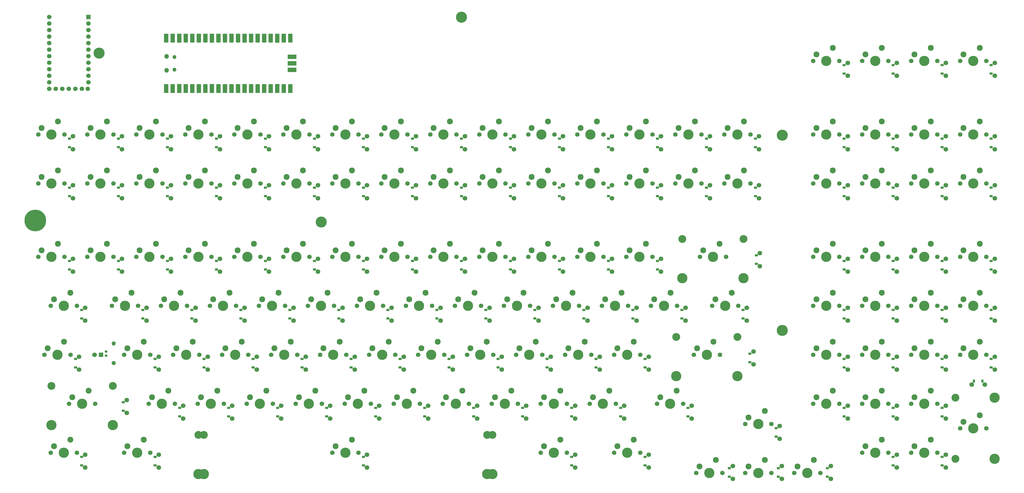
<source format=gbr>
%TF.GenerationSoftware,KiCad,Pcbnew,8.0.2*%
%TF.CreationDate,2024-06-15T15:47:28-07:00*%
%TF.ProjectId,dimension-PCB,64696d65-6e73-4696-9f6e-2d5043422e6b,rev?*%
%TF.SameCoordinates,Original*%
%TF.FileFunction,Soldermask,Bot*%
%TF.FilePolarity,Negative*%
%FSLAX46Y46*%
G04 Gerber Fmt 4.6, Leading zero omitted, Abs format (unit mm)*
G04 Created by KiCad (PCBNEW 8.0.2) date 2024-06-15 15:47:28*
%MOMM*%
%LPD*%
G01*
G04 APERTURE LIST*
G04 Aperture macros list*
%AMRoundRect*
0 Rectangle with rounded corners*
0 $1 Rounding radius*
0 $2 $3 $4 $5 $6 $7 $8 $9 X,Y pos of 4 corners*
0 Add a 4 corners polygon primitive as box body*
4,1,4,$2,$3,$4,$5,$6,$7,$8,$9,$2,$3,0*
0 Add four circle primitives for the rounded corners*
1,1,$1+$1,$2,$3*
1,1,$1+$1,$4,$5*
1,1,$1+$1,$6,$7*
1,1,$1+$1,$8,$9*
0 Add four rect primitives between the rounded corners*
20,1,$1+$1,$2,$3,$4,$5,0*
20,1,$1+$1,$4,$5,$6,$7,0*
20,1,$1+$1,$6,$7,$8,$9,0*
20,1,$1+$1,$8,$9,$2,$3,0*%
G04 Aperture macros list end*
%ADD10C,1.750000*%
%ADD11C,3.987800*%
%ADD12C,2.300000*%
%ADD13R,1.800000X1.800000*%
%ADD14C,1.800000*%
%ADD15C,4.300000*%
%ADD16C,1.600000*%
%ADD17O,1.600000X1.600000*%
%ADD18C,3.048000*%
%ADD19C,8.400000*%
%ADD20RoundRect,0.225000X0.375000X-0.225000X0.375000X0.225000X-0.375000X0.225000X-0.375000X-0.225000X0*%
%ADD21RoundRect,0.200000X0.275000X-0.200000X0.275000X0.200000X-0.275000X0.200000X-0.275000X-0.200000X0*%
%ADD22R,1.752600X1.752600*%
%ADD23C,1.752600*%
%ADD24O,1.800000X1.800000*%
%ADD25O,1.500000X1.500000*%
%ADD26O,1.700000X1.700000*%
%ADD27R,1.700000X3.500000*%
%ADD28R,1.700000X1.700000*%
%ADD29R,3.500000X1.700000*%
%ADD30RoundRect,0.225000X-0.225000X-0.375000X0.225000X-0.375000X0.225000X0.375000X-0.225000X0.375000X0*%
G04 APERTURE END LIST*
D10*
%TO.C,MX127*%
X419750000Y-184780000D03*
D11*
X424830000Y-184780000D03*
D10*
X429910000Y-184780000D03*
D12*
X421020000Y-182240000D03*
X427370000Y-179700000D03*
%TD*%
D10*
%TO.C,MX4*%
X80420000Y-118105000D03*
D11*
X85500000Y-118105000D03*
D10*
X90580000Y-118105000D03*
D12*
X81690000Y-115565000D03*
X88040000Y-113025000D03*
%TD*%
D10*
%TO.C,MX103*%
X381650000Y-146680000D03*
D11*
X386730000Y-146680000D03*
D10*
X391810000Y-146680000D03*
D12*
X382920000Y-144140000D03*
X389270000Y-141600000D03*
%TD*%
D10*
%TO.C,MX62*%
X242345000Y-165730000D03*
D11*
X247425000Y-165730000D03*
D10*
X252505000Y-165730000D03*
D12*
X243615000Y-163190000D03*
X249965000Y-160650000D03*
%TD*%
D10*
%TO.C,MX82*%
X318545000Y-146680000D03*
D11*
X323625000Y-146680000D03*
D10*
X328705000Y-146680000D03*
D12*
X319815000Y-144140000D03*
X326165000Y-141600000D03*
%TD*%
D10*
%TO.C,MX78*%
X309020000Y-99055000D03*
D11*
X314100000Y-99055000D03*
D10*
X319180000Y-99055000D03*
D12*
X310290000Y-96515000D03*
X316640000Y-93975000D03*
%TD*%
D10*
%TO.C,MX43*%
X161382500Y-203830000D03*
D11*
X166462500Y-203830000D03*
D10*
X171542500Y-203830000D03*
D12*
X162652500Y-201290000D03*
X169002500Y-198750000D03*
%TD*%
D10*
%TO.C,MX104*%
X381650000Y-165730000D03*
D11*
X386730000Y-165730000D03*
D10*
X391810000Y-165730000D03*
D12*
X382920000Y-163190000D03*
X389270000Y-160650000D03*
%TD*%
D10*
%TO.C,MX106*%
X381650000Y-203830000D03*
D11*
X386730000Y-203830000D03*
D10*
X391810000Y-203830000D03*
D12*
X382920000Y-201290000D03*
X389270000Y-198750000D03*
%TD*%
%TO.C,MX87*%
X324702500Y-225667500D03*
X318352500Y-228207500D03*
D10*
X327242500Y-230747500D03*
D11*
X322162500Y-230747500D03*
D10*
X317082500Y-230747500D03*
%TD*%
%TO.C,MX7*%
X89945000Y-165730000D03*
D11*
X95025000Y-165730000D03*
D10*
X100105000Y-165730000D03*
D12*
X91215000Y-163190000D03*
X97565000Y-160650000D03*
%TD*%
D10*
%TO.C,MX28*%
X147095000Y-165730000D03*
D11*
X152175000Y-165730000D03*
D10*
X157255000Y-165730000D03*
D12*
X148365000Y-163190000D03*
X154715000Y-160650000D03*
%TD*%
D10*
%TO.C,MX118*%
X400700000Y-222880000D03*
D11*
X405780000Y-222880000D03*
D10*
X410860000Y-222880000D03*
D12*
X401970000Y-220340000D03*
X408320000Y-217800000D03*
%TD*%
D10*
%TO.C,MX3*%
X61370000Y-118105000D03*
D11*
X66450000Y-118105000D03*
D10*
X71530000Y-118105000D03*
D12*
X62640000Y-115565000D03*
X68990000Y-113025000D03*
%TD*%
D10*
%TO.C,MX24*%
X137570000Y-99055000D03*
D11*
X142650000Y-99055000D03*
D10*
X147730000Y-99055000D03*
D12*
X138840000Y-96515000D03*
X145190000Y-93975000D03*
%TD*%
D10*
%TO.C,MX92*%
X362600000Y-118105000D03*
D11*
X367680000Y-118105000D03*
D10*
X372760000Y-118105000D03*
D12*
X363870000Y-115565000D03*
X370220000Y-113025000D03*
%TD*%
D10*
%TO.C,MX66*%
X237582500Y-203830000D03*
D11*
X242662500Y-203830000D03*
D10*
X247742500Y-203830000D03*
D12*
X238852500Y-201290000D03*
X245202500Y-198750000D03*
%TD*%
D10*
%TO.C,MX86*%
X301876250Y-203830000D03*
D11*
X306956250Y-203830000D03*
D10*
X312036250Y-203830000D03*
D12*
X303146250Y-201290000D03*
X309496250Y-198750000D03*
%TD*%
D10*
%TO.C,MX72*%
X261395000Y-165730000D03*
D11*
X266475000Y-165730000D03*
D10*
X271555000Y-165730000D03*
D12*
X262665000Y-163190000D03*
X269015000Y-160650000D03*
%TD*%
D10*
%TO.C,MX102*%
X381650000Y-118105000D03*
D11*
X386730000Y-118105000D03*
D10*
X391810000Y-118105000D03*
D12*
X382920000Y-115565000D03*
X389270000Y-113025000D03*
%TD*%
D10*
%TO.C,MX6*%
X61370000Y-146680000D03*
D11*
X66450000Y-146680000D03*
D10*
X71530000Y-146680000D03*
D12*
X62640000Y-144140000D03*
X68990000Y-141600000D03*
%TD*%
D10*
%TO.C,MX94*%
X362600000Y-146680000D03*
D11*
X367680000Y-146680000D03*
D10*
X372760000Y-146680000D03*
D12*
X363870000Y-144140000D03*
X370220000Y-141600000D03*
%TD*%
D10*
%TO.C,MX53*%
X209007500Y-184780000D03*
D11*
X214087500Y-184780000D03*
D10*
X219167500Y-184780000D03*
D12*
X210277500Y-182240000D03*
X216627500Y-179700000D03*
%TD*%
D10*
%TO.C,MX51*%
X223295000Y-165730000D03*
D11*
X228375000Y-165730000D03*
D10*
X233455000Y-165730000D03*
D12*
X224565000Y-163190000D03*
X230915000Y-160650000D03*
%TD*%
D10*
%TO.C,MX95*%
X362600000Y-165730000D03*
D11*
X367680000Y-165730000D03*
D10*
X372760000Y-165730000D03*
D12*
X363870000Y-163190000D03*
X370220000Y-160650000D03*
%TD*%
D10*
%TO.C,MX80*%
X309020000Y-118105000D03*
D11*
X314100000Y-118105000D03*
D10*
X319180000Y-118105000D03*
D12*
X310290000Y-115565000D03*
X316640000Y-113025000D03*
%TD*%
D10*
%TO.C,MX56*%
X251870000Y-99055000D03*
D11*
X256950000Y-99055000D03*
D10*
X262030000Y-99055000D03*
D12*
X253140000Y-96515000D03*
X259490000Y-93975000D03*
%TD*%
D10*
%TO.C,MX126*%
X419750000Y-165730000D03*
D11*
X424830000Y-165730000D03*
D10*
X429910000Y-165730000D03*
D12*
X421020000Y-163190000D03*
X427370000Y-160650000D03*
%TD*%
D10*
%TO.C,MX123*%
X419750000Y-99055000D03*
D11*
X424830000Y-99055000D03*
D10*
X429910000Y-99055000D03*
D12*
X421020000Y-96515000D03*
X427370000Y-93975000D03*
%TD*%
D10*
%TO.C,MX100*%
X381650000Y-70480000D03*
D11*
X386730000Y-70480000D03*
D10*
X391810000Y-70480000D03*
D12*
X382920000Y-67940000D03*
X389270000Y-65400000D03*
%TD*%
D10*
%TO.C,MX8*%
X66132500Y-165730000D03*
D11*
X71212500Y-165730000D03*
D10*
X76292500Y-165730000D03*
D12*
X67402500Y-163190000D03*
X73752500Y-160650000D03*
%TD*%
D10*
%TO.C,MX40*%
X189957500Y-184780000D03*
D11*
X195037500Y-184780000D03*
D10*
X200117500Y-184780000D03*
D12*
X191227500Y-182240000D03*
X197577500Y-179700000D03*
%TD*%
D10*
%TO.C,MX114*%
X400700000Y-146680000D03*
D11*
X405780000Y-146680000D03*
D10*
X410860000Y-146680000D03*
D12*
X401970000Y-144140000D03*
X408320000Y-141600000D03*
%TD*%
D10*
%TO.C,MX111*%
X400700000Y-70480000D03*
D11*
X405780000Y-70480000D03*
D10*
X410860000Y-70480000D03*
D12*
X401970000Y-67940000D03*
X408320000Y-65400000D03*
%TD*%
D10*
%TO.C,MX41*%
X170907500Y-184780000D03*
D11*
X175987500Y-184780000D03*
D10*
X181067500Y-184780000D03*
D12*
X172177500Y-182240000D03*
X178527500Y-179700000D03*
%TD*%
D10*
%TO.C,MX63*%
X247107500Y-184780000D03*
D11*
X252187500Y-184780000D03*
D10*
X257267500Y-184780000D03*
D12*
X248377500Y-182240000D03*
X254727500Y-179700000D03*
%TD*%
D10*
%TO.C,MX15*%
X99470000Y-118105000D03*
D11*
X104550000Y-118105000D03*
D10*
X109630000Y-118105000D03*
D12*
X100740000Y-115565000D03*
X107090000Y-113025000D03*
%TD*%
D10*
%TO.C,MX48*%
X194720000Y-118105000D03*
D11*
X199800000Y-118105000D03*
D10*
X204880000Y-118105000D03*
D12*
X195990000Y-115565000D03*
X202340000Y-113025000D03*
%TD*%
D10*
%TO.C,MX125*%
X419750000Y-146680000D03*
D11*
X424830000Y-146680000D03*
D10*
X429910000Y-146680000D03*
D12*
X421020000Y-144140000D03*
X427370000Y-141600000D03*
%TD*%
D10*
%TO.C,MX55*%
X199482500Y-203830000D03*
D11*
X204562500Y-203830000D03*
D10*
X209642500Y-203830000D03*
D12*
X200752500Y-201290000D03*
X207102500Y-198750000D03*
%TD*%
D13*
%TO.C,LED1*%
X85700000Y-184780000D03*
D14*
X83160000Y-184780000D03*
%TD*%
D10*
%TO.C,MX73*%
X285207500Y-184780000D03*
D11*
X290287500Y-184780000D03*
D10*
X295367500Y-184780000D03*
D12*
X286477500Y-182240000D03*
X292827500Y-179700000D03*
%TD*%
D15*
%TO.C,H3*%
X350550000Y-99317500D03*
%TD*%
D10*
%TO.C,MX89*%
X362600000Y-70480000D03*
D11*
X367680000Y-70480000D03*
D10*
X372760000Y-70480000D03*
D12*
X363870000Y-67940000D03*
X370220000Y-65400000D03*
%TD*%
D10*
%TO.C,MX27*%
X137570000Y-146680000D03*
D11*
X142650000Y-146680000D03*
D10*
X147730000Y-146680000D03*
D12*
X138840000Y-144140000D03*
X145190000Y-141600000D03*
%TD*%
D10*
%TO.C,MX50*%
X194720000Y-146680000D03*
D11*
X199800000Y-146680000D03*
D10*
X204880000Y-146680000D03*
D12*
X195990000Y-144140000D03*
X202340000Y-141600000D03*
%TD*%
D10*
%TO.C,MX17*%
X118520000Y-146680000D03*
D11*
X123600000Y-146680000D03*
D10*
X128680000Y-146680000D03*
D12*
X119790000Y-144140000D03*
X126140000Y-141600000D03*
%TD*%
D10*
%TO.C,MX42*%
X180432500Y-203830000D03*
D11*
X185512500Y-203830000D03*
D10*
X190592500Y-203830000D03*
D12*
X181702500Y-201290000D03*
X188052500Y-198750000D03*
%TD*%
%TO.C,MX88*%
X343752500Y-225667500D03*
X337402500Y-228207500D03*
D10*
X346292500Y-230747500D03*
D11*
X341212500Y-230747500D03*
D10*
X336132500Y-230747500D03*
%TD*%
%TO.C,MX83*%
X323307500Y-165730000D03*
D11*
X328387500Y-165730000D03*
D10*
X333467500Y-165730000D03*
D12*
X324577500Y-163190000D03*
X330927500Y-160650000D03*
%TD*%
D10*
%TO.C,MX31*%
X132807500Y-184780000D03*
D11*
X137887500Y-184780000D03*
D10*
X142967500Y-184780000D03*
D12*
X134077500Y-182240000D03*
X140427500Y-179700000D03*
%TD*%
D10*
%TO.C,MX60*%
X251870000Y-146680000D03*
D11*
X256950000Y-146680000D03*
D10*
X262030000Y-146680000D03*
D12*
X253140000Y-144140000D03*
X259490000Y-141600000D03*
%TD*%
D10*
%TO.C,MX128*%
X419750000Y-213355000D03*
D11*
X424830000Y-213355000D03*
D10*
X429910000Y-213355000D03*
D12*
X421020000Y-210815000D03*
X427370000Y-208275000D03*
%TD*%
D10*
%TO.C,MX1*%
X80420000Y-99055000D03*
D11*
X85500000Y-99055000D03*
D10*
X90580000Y-99055000D03*
D12*
X81690000Y-96515000D03*
X88040000Y-93975000D03*
%TD*%
D10*
%TO.C,MX30*%
X151857500Y-184780000D03*
D11*
X156937500Y-184780000D03*
D10*
X162017500Y-184780000D03*
D12*
X153127500Y-182240000D03*
X159477500Y-179700000D03*
%TD*%
D16*
%TO.C,R2*%
X90600000Y-188020000D03*
D17*
X90600000Y-180400000D03*
%TD*%
D10*
%TO.C,MX23*%
X156620000Y-99055000D03*
D11*
X161700000Y-99055000D03*
D10*
X166780000Y-99055000D03*
D12*
X157890000Y-96515000D03*
X164240000Y-93975000D03*
%TD*%
D10*
%TO.C,MX57*%
X232820000Y-99055000D03*
D11*
X237900000Y-99055000D03*
D10*
X242980000Y-99055000D03*
D12*
X234090000Y-96515000D03*
X240440000Y-93975000D03*
%TD*%
D18*
%TO.C,LSHFTSTAB1*%
X66450000Y-196845000D03*
D11*
X66450000Y-212085000D03*
D18*
X90262500Y-196845000D03*
D11*
X90262500Y-212085000D03*
%TD*%
D10*
%TO.C,MX74*%
X266157500Y-184780000D03*
D11*
X271237500Y-184780000D03*
D10*
X276317500Y-184780000D03*
D12*
X267427500Y-182240000D03*
X273777500Y-179700000D03*
%TD*%
D10*
%TO.C,MX58*%
X251870000Y-118105000D03*
D11*
X256950000Y-118105000D03*
D10*
X262030000Y-118105000D03*
D12*
X253140000Y-115565000D03*
X259490000Y-113025000D03*
%TD*%
D10*
%TO.C,MX97*%
X362600000Y-203830000D03*
D11*
X367680000Y-203830000D03*
D10*
X372760000Y-203830000D03*
D12*
X363870000Y-201290000D03*
X370220000Y-198750000D03*
%TD*%
D10*
%TO.C,MX29*%
X128045000Y-165730000D03*
D11*
X133125000Y-165730000D03*
D10*
X138205000Y-165730000D03*
D12*
X129315000Y-163190000D03*
X135665000Y-160650000D03*
%TD*%
D10*
%TO.C,MX49*%
X213770000Y-146680000D03*
D11*
X218850000Y-146680000D03*
D10*
X223930000Y-146680000D03*
D12*
X215040000Y-144140000D03*
X221390000Y-141600000D03*
%TD*%
D10*
%TO.C,MX84*%
X299495000Y-165730000D03*
D11*
X304575000Y-165730000D03*
D10*
X309655000Y-165730000D03*
D12*
X300765000Y-163190000D03*
X307115000Y-160650000D03*
%TD*%
D10*
%TO.C,MX26*%
X156620000Y-118105000D03*
D11*
X161700000Y-118105000D03*
D10*
X166780000Y-118105000D03*
D12*
X157890000Y-115565000D03*
X164240000Y-113025000D03*
%TD*%
D10*
%TO.C,MX113*%
X400700000Y-118105000D03*
D11*
X405780000Y-118105000D03*
D10*
X410860000Y-118105000D03*
D12*
X401970000Y-115565000D03*
X408320000Y-113025000D03*
%TD*%
D15*
%TO.C,H4*%
X350550000Y-175317500D03*
%TD*%
D10*
%TO.C,MX107*%
X381650000Y-222880000D03*
D11*
X386730000Y-222880000D03*
D10*
X391810000Y-222880000D03*
D12*
X382920000Y-220340000D03*
X389270000Y-217800000D03*
%TD*%
D10*
%TO.C,MX67*%
X270920000Y-99055000D03*
D11*
X276000000Y-99055000D03*
D10*
X281080000Y-99055000D03*
D12*
X272190000Y-96515000D03*
X278540000Y-93975000D03*
%TD*%
D10*
%TO.C,MX65*%
X256632500Y-203830000D03*
D11*
X261712500Y-203830000D03*
D10*
X266792500Y-203830000D03*
D12*
X257902500Y-201290000D03*
X264252500Y-198750000D03*
%TD*%
D10*
%TO.C,MX37*%
X156620000Y-146680000D03*
D11*
X161700000Y-146680000D03*
D10*
X166780000Y-146680000D03*
D12*
X157890000Y-144140000D03*
X164240000Y-141600000D03*
%TD*%
D10*
%TO.C,MX91*%
X328070000Y-99055000D03*
D11*
X333150000Y-99055000D03*
D10*
X338230000Y-99055000D03*
D12*
X329340000Y-96515000D03*
X335690000Y-93975000D03*
%TD*%
D10*
%TO.C,MX112*%
X400700000Y-99055000D03*
D11*
X405780000Y-99055000D03*
D10*
X410860000Y-99055000D03*
D12*
X401970000Y-96515000D03*
X408320000Y-93975000D03*
%TD*%
D10*
%TO.C,MX34*%
X175670000Y-99055000D03*
D11*
X180750000Y-99055000D03*
D10*
X185830000Y-99055000D03*
D12*
X176940000Y-96515000D03*
X183290000Y-93975000D03*
%TD*%
D10*
%TO.C,MX52*%
X204245000Y-165730000D03*
D11*
X209325000Y-165730000D03*
D10*
X214405000Y-165730000D03*
D12*
X205515000Y-163190000D03*
X211865000Y-160650000D03*
%TD*%
D18*
%TO.C,ENTSTAB1*%
X309337500Y-177795000D03*
D11*
X309337500Y-193035000D03*
D18*
X333150000Y-177795000D03*
D11*
X333150000Y-193035000D03*
%TD*%
D10*
%TO.C,MX69*%
X289970000Y-146680000D03*
D11*
X295050000Y-146680000D03*
D10*
X300130000Y-146680000D03*
D12*
X291240000Y-144140000D03*
X297590000Y-141600000D03*
%TD*%
D10*
%TO.C,MX96*%
X362600000Y-184780000D03*
D11*
X367680000Y-184780000D03*
D10*
X372760000Y-184780000D03*
D12*
X363870000Y-182240000D03*
X370220000Y-179700000D03*
%TD*%
D10*
%TO.C,MX18*%
X108995000Y-165730000D03*
D11*
X114075000Y-165730000D03*
D10*
X119155000Y-165730000D03*
D12*
X110265000Y-163190000D03*
X116615000Y-160650000D03*
%TD*%
D10*
%TO.C,MX22*%
X94707500Y-222880000D03*
D11*
X99787500Y-222880000D03*
D10*
X104867500Y-222880000D03*
D12*
X95977500Y-220340000D03*
X102327500Y-217800000D03*
%TD*%
D10*
%TO.C,MX85*%
X316163750Y-184780000D03*
D11*
X321243750Y-184780000D03*
D10*
X326323750Y-184780000D03*
D12*
X317433750Y-182240000D03*
X323783750Y-179700000D03*
%TD*%
D15*
%TO.C,H6*%
X85000000Y-67440000D03*
%TD*%
D10*
%TO.C,MX12*%
X99470000Y-99055000D03*
D11*
X104550000Y-99055000D03*
D10*
X109630000Y-99055000D03*
D12*
X100740000Y-96515000D03*
X107090000Y-93975000D03*
%TD*%
D10*
%TO.C,MX81*%
X289970000Y-118105000D03*
D11*
X295050000Y-118105000D03*
D10*
X300130000Y-118105000D03*
D12*
X291240000Y-115565000D03*
X297590000Y-113025000D03*
%TD*%
%TO.C,MX99*%
X362802500Y-225667500D03*
X356452500Y-228207500D03*
D10*
X365342500Y-230747500D03*
D11*
X360262500Y-230747500D03*
D10*
X355182500Y-230747500D03*
%TD*%
%TO.C,MX2*%
X61370000Y-99055000D03*
D11*
X66450000Y-99055000D03*
D10*
X71530000Y-99055000D03*
D12*
X62640000Y-96515000D03*
X68990000Y-93975000D03*
%TD*%
D10*
%TO.C,MX32*%
X142332500Y-203830000D03*
D11*
X147412500Y-203830000D03*
D10*
X152492500Y-203830000D03*
D12*
X143602500Y-201290000D03*
X149952500Y-198750000D03*
%TD*%
D10*
%TO.C,MX124*%
X419750000Y-118105000D03*
D11*
X424830000Y-118105000D03*
D10*
X429910000Y-118105000D03*
D12*
X421020000Y-115565000D03*
X427370000Y-113025000D03*
%TD*%
D10*
%TO.C,MX46*%
X194720000Y-99055000D03*
D11*
X199800000Y-99055000D03*
D10*
X204880000Y-99055000D03*
D12*
X195990000Y-96515000D03*
X202340000Y-93975000D03*
%TD*%
D10*
%TO.C,MX77*%
X256632500Y-222880000D03*
D11*
X261712500Y-222880000D03*
D10*
X266792500Y-222880000D03*
D12*
X257902500Y-220340000D03*
X264252500Y-217800000D03*
%TD*%
D10*
%TO.C,MX117*%
X400700000Y-203830000D03*
D11*
X405780000Y-203830000D03*
D10*
X410860000Y-203830000D03*
D12*
X401970000Y-201290000D03*
X408320000Y-198750000D03*
%TD*%
D10*
%TO.C,MX10*%
X73276250Y-203830000D03*
D11*
X78356250Y-203830000D03*
D10*
X83436250Y-203830000D03*
D12*
X74546250Y-201290000D03*
X80896250Y-198750000D03*
%TD*%
D10*
%TO.C,MX68*%
X270920000Y-118105000D03*
D11*
X276000000Y-118105000D03*
D10*
X281080000Y-118105000D03*
D12*
X272190000Y-115565000D03*
X278540000Y-113025000D03*
%TD*%
D10*
%TO.C,MX59*%
X232820000Y-118105000D03*
D11*
X237900000Y-118105000D03*
D10*
X242980000Y-118105000D03*
D12*
X234090000Y-115565000D03*
X240440000Y-113025000D03*
%TD*%
D10*
%TO.C,MX20*%
X94707500Y-184780000D03*
D11*
X99787500Y-184780000D03*
D10*
X104867500Y-184780000D03*
D12*
X95977500Y-182240000D03*
X102327500Y-179700000D03*
%TD*%
D10*
%TO.C,MX79*%
X289970000Y-99055000D03*
D11*
X295050000Y-99055000D03*
D10*
X300130000Y-99055000D03*
D12*
X291240000Y-96515000D03*
X297590000Y-93975000D03*
%TD*%
D18*
%TO.C,BSPCSTAB1*%
X311718750Y-139695000D03*
D11*
X311718750Y-154935000D03*
D18*
X335531250Y-139695000D03*
D11*
X335531250Y-154935000D03*
%TD*%
D10*
%TO.C,MX70*%
X270920000Y-146680000D03*
D11*
X276000000Y-146680000D03*
D10*
X281080000Y-146680000D03*
D12*
X272190000Y-144140000D03*
X278540000Y-141600000D03*
%TD*%
D10*
%TO.C,MX101*%
X381650000Y-99055000D03*
D11*
X386730000Y-99055000D03*
D10*
X391810000Y-99055000D03*
D12*
X382920000Y-96515000D03*
X389270000Y-93975000D03*
%TD*%
D10*
%TO.C,MX122*%
X419750000Y-70480000D03*
D11*
X424830000Y-70480000D03*
D10*
X429910000Y-70480000D03*
D12*
X421020000Y-67940000D03*
X427370000Y-65400000D03*
%TD*%
D10*
%TO.C,MX45*%
X213770000Y-99055000D03*
D11*
X218850000Y-99055000D03*
D10*
X223930000Y-99055000D03*
D12*
X215040000Y-96515000D03*
X221390000Y-93975000D03*
%TD*%
D10*
%TO.C,MX44*%
X175670000Y-222880000D03*
D11*
X180750000Y-222880000D03*
D10*
X185830000Y-222880000D03*
D12*
X176940000Y-220340000D03*
X183290000Y-217800000D03*
%TD*%
D10*
%TO.C,MX38*%
X185195000Y-165730000D03*
D11*
X190275000Y-165730000D03*
D10*
X195355000Y-165730000D03*
D12*
X186465000Y-163190000D03*
X192815000Y-160650000D03*
%TD*%
D10*
%TO.C,MX11*%
X66132500Y-222880000D03*
D11*
X71212500Y-222880000D03*
D10*
X76292500Y-222880000D03*
D12*
X67402500Y-220340000D03*
X73752500Y-217800000D03*
%TD*%
D10*
%TO.C,MX19*%
X113757500Y-184780000D03*
D11*
X118837500Y-184780000D03*
D10*
X123917500Y-184780000D03*
D12*
X115027500Y-182240000D03*
X121377500Y-179700000D03*
%TD*%
D10*
%TO.C,MX36*%
X175670000Y-146680000D03*
D11*
X180750000Y-146680000D03*
D10*
X185830000Y-146680000D03*
D12*
X176940000Y-144140000D03*
X183290000Y-141600000D03*
%TD*%
D10*
%TO.C,MX116*%
X400700000Y-184780000D03*
D11*
X405780000Y-184780000D03*
D10*
X410860000Y-184780000D03*
D12*
X401970000Y-182240000D03*
X408320000Y-179700000D03*
%TD*%
D10*
%TO.C,MX71*%
X280445000Y-165730000D03*
D11*
X285525000Y-165730000D03*
D10*
X290605000Y-165730000D03*
D12*
X281715000Y-163190000D03*
X288065000Y-160650000D03*
%TD*%
D18*
%TO.C,SPACESTAB1*%
X123600000Y-215895000D03*
D11*
X123600000Y-231135000D03*
D18*
X125660000Y-215895000D03*
D11*
X125660000Y-231135000D03*
D18*
X235840000Y-215895000D03*
D11*
X235840000Y-231135000D03*
D18*
X237900000Y-215895000D03*
D11*
X237900000Y-231135000D03*
%TD*%
D10*
%TO.C,MX39*%
X166145000Y-165730000D03*
D11*
X171225000Y-165730000D03*
D10*
X176305000Y-165730000D03*
D12*
X167415000Y-163190000D03*
X173765000Y-160650000D03*
%TD*%
%TO.C,MX98*%
X343752500Y-206617500D03*
X337402500Y-209157500D03*
D10*
X346292500Y-211697500D03*
D11*
X341212500Y-211697500D03*
D10*
X336132500Y-211697500D03*
%TD*%
%TO.C,MX75*%
X275682500Y-203830000D03*
D11*
X280762500Y-203830000D03*
D10*
X285842500Y-203830000D03*
D12*
X276952500Y-201290000D03*
X283302500Y-198750000D03*
%TD*%
D10*
%TO.C,MX64*%
X228057500Y-184780000D03*
D11*
X233137500Y-184780000D03*
D10*
X238217500Y-184780000D03*
D12*
X229327500Y-182240000D03*
X235677500Y-179700000D03*
%TD*%
D10*
%TO.C,MX115*%
X400700000Y-165730000D03*
D11*
X405780000Y-165730000D03*
D10*
X410860000Y-165730000D03*
D12*
X401970000Y-163190000D03*
X408320000Y-160650000D03*
%TD*%
D19*
%TO.C,H1*%
X60120000Y-132510000D03*
%TD*%
D10*
%TO.C,MX76*%
X285207500Y-222880000D03*
D11*
X290287500Y-222880000D03*
D10*
X295367500Y-222880000D03*
D12*
X286477500Y-220340000D03*
X292827500Y-217800000D03*
%TD*%
D10*
%TO.C,MX14*%
X118520000Y-118105000D03*
D11*
X123600000Y-118105000D03*
D10*
X128680000Y-118105000D03*
D12*
X119790000Y-115565000D03*
X126140000Y-113025000D03*
%TD*%
D10*
%TO.C,MX35*%
X175670000Y-118105000D03*
D11*
X180750000Y-118105000D03*
D10*
X185830000Y-118105000D03*
D12*
X176940000Y-115565000D03*
X183290000Y-113025000D03*
%TD*%
D10*
%TO.C,MX90*%
X362600000Y-99055000D03*
D11*
X367680000Y-99055000D03*
D10*
X372760000Y-99055000D03*
D12*
X363870000Y-96515000D03*
X370220000Y-93975000D03*
%TD*%
D18*
%TO.C,NUMENTSTAB1*%
X417845000Y-225261250D03*
D11*
X433085000Y-225261250D03*
D18*
X417845000Y-201448750D03*
D11*
X433085000Y-201448750D03*
%TD*%
D15*
%TO.C,H5*%
X171350000Y-133105000D03*
%TD*%
D10*
%TO.C,MX61*%
X232820000Y-146680000D03*
D11*
X237900000Y-146680000D03*
D10*
X242980000Y-146680000D03*
D12*
X234090000Y-144140000D03*
X240440000Y-141600000D03*
%TD*%
D10*
%TO.C,MX13*%
X118520000Y-99055000D03*
D11*
X123600000Y-99055000D03*
D10*
X128680000Y-99055000D03*
D12*
X119790000Y-96515000D03*
X126140000Y-93975000D03*
%TD*%
D10*
%TO.C,MX16*%
X99470000Y-146680000D03*
D11*
X104550000Y-146680000D03*
D10*
X109630000Y-146680000D03*
D12*
X100740000Y-144140000D03*
X107090000Y-141600000D03*
%TD*%
D15*
%TO.C,H2*%
X225860000Y-53480000D03*
%TD*%
D10*
%TO.C,MX5*%
X80420000Y-146680000D03*
D11*
X85500000Y-146680000D03*
D10*
X90580000Y-146680000D03*
D12*
X81690000Y-144140000D03*
X88040000Y-141600000D03*
%TD*%
D10*
%TO.C,MX33*%
X123282500Y-203830000D03*
D11*
X128362500Y-203830000D03*
D10*
X133442500Y-203830000D03*
D12*
X124552500Y-201290000D03*
X130902500Y-198750000D03*
%TD*%
D10*
%TO.C,MX93*%
X328070000Y-118105000D03*
D11*
X333150000Y-118105000D03*
D10*
X338230000Y-118105000D03*
D12*
X329340000Y-115565000D03*
X335690000Y-113025000D03*
%TD*%
D10*
%TO.C,MX105*%
X381650000Y-184780000D03*
D11*
X386730000Y-184780000D03*
D10*
X391810000Y-184780000D03*
D12*
X382920000Y-182240000D03*
X389270000Y-179700000D03*
%TD*%
D10*
%TO.C,MX9*%
X63751250Y-184780000D03*
D11*
X68831250Y-184780000D03*
D10*
X73911250Y-184780000D03*
D12*
X65021250Y-182240000D03*
X71371250Y-179700000D03*
%TD*%
D10*
%TO.C,MX21*%
X104232500Y-203830000D03*
D11*
X109312500Y-203830000D03*
D10*
X114392500Y-203830000D03*
D12*
X105502500Y-201290000D03*
X111852500Y-198750000D03*
%TD*%
D10*
%TO.C,MX54*%
X218532500Y-203830000D03*
D11*
X223612500Y-203830000D03*
D10*
X228692500Y-203830000D03*
D12*
X219802500Y-201290000D03*
X226152500Y-198750000D03*
%TD*%
D10*
%TO.C,MX47*%
X213770000Y-118105000D03*
D11*
X218850000Y-118105000D03*
D10*
X223930000Y-118105000D03*
D12*
X215040000Y-115565000D03*
X221390000Y-113025000D03*
%TD*%
D10*
%TO.C,MX25*%
X137570000Y-118105000D03*
D11*
X142650000Y-118105000D03*
D10*
X147730000Y-118105000D03*
D12*
X138840000Y-115565000D03*
X145190000Y-113025000D03*
%TD*%
D14*
%TO.C,D60*%
X265310000Y-152465000D03*
D20*
X263910000Y-151595000D03*
X263910000Y-148295000D03*
D14*
X265310000Y-147425000D03*
%TD*%
%TO.C,D80*%
X322460000Y-123890000D03*
D20*
X321060000Y-123020000D03*
X321060000Y-119720000D03*
D14*
X322460000Y-118850000D03*
%TD*%
%TO.C,D61*%
X246260000Y-152465000D03*
D20*
X244860000Y-151595000D03*
X244860000Y-148295000D03*
D14*
X246260000Y-147425000D03*
%TD*%
%TO.C,D45*%
X227210000Y-104840000D03*
D20*
X225810000Y-103970000D03*
X225810000Y-100670000D03*
D14*
X227210000Y-99800000D03*
%TD*%
%TO.C,D96*%
X376040000Y-190565000D03*
D20*
X374640000Y-189695000D03*
X374640000Y-186395000D03*
D14*
X376040000Y-185525000D03*
%TD*%
%TO.C,D37*%
X170060000Y-152465000D03*
D20*
X168660000Y-151595000D03*
X168660000Y-148295000D03*
D14*
X170060000Y-147425000D03*
%TD*%
%TO.C,D10*%
X95737500Y-207420000D03*
D20*
X94337500Y-206550000D03*
X94337500Y-203250000D03*
D14*
X95737500Y-202380000D03*
%TD*%
%TO.C,D103*%
X395090000Y-152465000D03*
D20*
X393690000Y-151595000D03*
X393690000Y-148295000D03*
D14*
X395090000Y-147425000D03*
%TD*%
%TO.C,D22*%
X108147500Y-228665000D03*
D20*
X106747500Y-227795000D03*
X106747500Y-224495000D03*
D14*
X108147500Y-223625000D03*
%TD*%
%TO.C,D47*%
X227210000Y-123890000D03*
D20*
X225810000Y-123020000D03*
X225810000Y-119720000D03*
D14*
X227210000Y-118850000D03*
%TD*%
%TO.C,D58*%
X265310000Y-123890000D03*
D20*
X263910000Y-123020000D03*
X263910000Y-119720000D03*
D14*
X265310000Y-118850000D03*
%TD*%
%TO.C,D87*%
X331350000Y-228030000D03*
D20*
X329950000Y-228900000D03*
X329950000Y-232200000D03*
D14*
X331350000Y-233070000D03*
%TD*%
%TO.C,D39*%
X179585000Y-171515000D03*
D20*
X178185000Y-170645000D03*
X178185000Y-167345000D03*
D14*
X179585000Y-166475000D03*
%TD*%
%TO.C,D78*%
X322460000Y-104840000D03*
D20*
X321060000Y-103970000D03*
X321060000Y-100670000D03*
D14*
X322460000Y-99800000D03*
%TD*%
%TO.C,D115*%
X414140000Y-171515000D03*
D20*
X412740000Y-170645000D03*
X412740000Y-167345000D03*
D14*
X414140000Y-166475000D03*
%TD*%
%TO.C,D56*%
X265310000Y-104840000D03*
D20*
X263910000Y-103970000D03*
X263910000Y-100670000D03*
D14*
X265310000Y-99800000D03*
%TD*%
%TO.C,D42*%
X193872500Y-209615000D03*
D20*
X192472500Y-208745000D03*
X192472500Y-205445000D03*
D14*
X193872500Y-204575000D03*
%TD*%
%TO.C,D50*%
X208160000Y-152465000D03*
D20*
X206760000Y-151595000D03*
X206760000Y-148295000D03*
D14*
X208160000Y-147425000D03*
%TD*%
%TO.C,D112*%
X414140000Y-104840000D03*
D20*
X412740000Y-103970000D03*
X412740000Y-100670000D03*
D14*
X414140000Y-99800000D03*
%TD*%
%TO.C,D104*%
X395090000Y-171515000D03*
D20*
X393690000Y-170645000D03*
X393690000Y-167345000D03*
D14*
X395090000Y-166475000D03*
%TD*%
%TO.C,D2*%
X74810000Y-104840000D03*
D20*
X73410000Y-103970000D03*
X73410000Y-100670000D03*
D14*
X74810000Y-99800000D03*
%TD*%
%TO.C,D48*%
X208160000Y-123890000D03*
D20*
X206760000Y-123020000D03*
X206760000Y-119720000D03*
D14*
X208160000Y-118850000D03*
%TD*%
%TO.C,D122*%
X433190000Y-76265000D03*
D20*
X431790000Y-75395000D03*
X431790000Y-72095000D03*
D14*
X433190000Y-71225000D03*
%TD*%
%TO.C,D40*%
X203397500Y-190565000D03*
D20*
X201997500Y-189695000D03*
X201997500Y-186395000D03*
D14*
X203397500Y-185525000D03*
%TD*%
%TO.C,D91*%
X341510000Y-104840000D03*
D20*
X340110000Y-103970000D03*
X340110000Y-100670000D03*
D14*
X341510000Y-99800000D03*
%TD*%
%TO.C,D126*%
X433190000Y-171515000D03*
D20*
X431790000Y-170645000D03*
X431790000Y-167345000D03*
D14*
X433190000Y-166475000D03*
%TD*%
%TO.C,D92*%
X376040000Y-123890000D03*
D20*
X374640000Y-123020000D03*
X374640000Y-119720000D03*
D14*
X376040000Y-118850000D03*
%TD*%
%TO.C,D28*%
X160535000Y-171515000D03*
D20*
X159135000Y-170645000D03*
X159135000Y-167345000D03*
D14*
X160535000Y-166475000D03*
%TD*%
%TO.C,D52*%
X217685000Y-171515000D03*
D20*
X216285000Y-170645000D03*
X216285000Y-167345000D03*
D14*
X217685000Y-166475000D03*
%TD*%
%TO.C,D14*%
X131960000Y-123890000D03*
D20*
X130560000Y-123020000D03*
X130560000Y-119720000D03*
D14*
X131960000Y-118850000D03*
%TD*%
%TO.C,D3*%
X74810000Y-123890000D03*
D20*
X73410000Y-123020000D03*
X73410000Y-119720000D03*
D14*
X74810000Y-118850000D03*
%TD*%
%TO.C,D69*%
X303410000Y-152465000D03*
D20*
X302010000Y-151595000D03*
X302010000Y-148295000D03*
D14*
X303410000Y-147425000D03*
%TD*%
%TO.C,D123*%
X433190000Y-104840000D03*
D20*
X431790000Y-103970000D03*
X431790000Y-100670000D03*
D14*
X433190000Y-99800000D03*
%TD*%
%TO.C,D23*%
X170060000Y-104840000D03*
D20*
X168660000Y-103970000D03*
X168660000Y-100670000D03*
D14*
X170060000Y-99800000D03*
%TD*%
%TO.C,D102*%
X395090000Y-123890000D03*
D20*
X393690000Y-123020000D03*
X393690000Y-119720000D03*
D14*
X395090000Y-118850000D03*
%TD*%
%TO.C,D125*%
X433190000Y-152465000D03*
D20*
X431790000Y-151595000D03*
X431790000Y-148295000D03*
D14*
X433190000Y-147425000D03*
%TD*%
%TO.C,D26*%
X170060000Y-123890000D03*
D20*
X168660000Y-123020000D03*
X168660000Y-119720000D03*
D14*
X170060000Y-118850000D03*
%TD*%
%TO.C,D16*%
X112910000Y-152465000D03*
D20*
X111510000Y-151595000D03*
X111510000Y-148295000D03*
D14*
X112910000Y-147425000D03*
%TD*%
%TO.C,D27*%
X151010000Y-152465000D03*
D20*
X149610000Y-151595000D03*
X149610000Y-148295000D03*
D14*
X151010000Y-147425000D03*
%TD*%
%TO.C,D35*%
X189110000Y-123890000D03*
D20*
X187710000Y-123020000D03*
X187710000Y-119720000D03*
D14*
X189110000Y-118850000D03*
%TD*%
%TO.C,D90*%
X376040000Y-104840000D03*
D20*
X374640000Y-103970000D03*
X374640000Y-100670000D03*
D14*
X376040000Y-99800000D03*
%TD*%
%TO.C,D9*%
X77191250Y-190565000D03*
D20*
X75791250Y-189695000D03*
X75791250Y-186395000D03*
D14*
X77191250Y-185525000D03*
%TD*%
%TO.C,D31*%
X146247500Y-190565000D03*
D20*
X144847500Y-189695000D03*
X144847500Y-186395000D03*
D14*
X146247500Y-185525000D03*
%TD*%
%TO.C,D83*%
X336747500Y-171515000D03*
D20*
X335347500Y-170645000D03*
X335347500Y-167345000D03*
D14*
X336747500Y-166475000D03*
%TD*%
%TO.C,D82*%
X341860000Y-150290000D03*
D20*
X340460000Y-149420000D03*
X340460000Y-146120000D03*
D14*
X341860000Y-145250000D03*
%TD*%
%TO.C,D17*%
X131960000Y-152465000D03*
D20*
X130560000Y-151595000D03*
X130560000Y-148295000D03*
D14*
X131960000Y-147425000D03*
%TD*%
D21*
%TO.C,R1*%
X87700000Y-185125000D03*
X87700000Y-183475000D03*
%TD*%
D14*
%TO.C,D111*%
X414140000Y-76265000D03*
D20*
X412740000Y-75395000D03*
X412740000Y-72095000D03*
D14*
X414140000Y-71225000D03*
%TD*%
%TO.C,D95*%
X376040000Y-171515000D03*
D20*
X374640000Y-170645000D03*
X374640000Y-167345000D03*
D14*
X376040000Y-166475000D03*
%TD*%
%TO.C,D63*%
X260547500Y-190565000D03*
D20*
X259147500Y-189695000D03*
X259147500Y-186395000D03*
D14*
X260547500Y-185525000D03*
%TD*%
%TO.C,D74*%
X279597500Y-190565000D03*
D20*
X278197500Y-189695000D03*
X278197500Y-186395000D03*
D14*
X279597500Y-185525000D03*
%TD*%
%TO.C,D46*%
X208160000Y-104840000D03*
D20*
X206760000Y-103970000D03*
X206760000Y-100670000D03*
D14*
X208160000Y-99800000D03*
%TD*%
%TO.C,D24*%
X151010000Y-104840000D03*
D20*
X149610000Y-103970000D03*
X149610000Y-100670000D03*
D14*
X151010000Y-99800000D03*
%TD*%
%TO.C,D70*%
X284360000Y-152465000D03*
D20*
X282960000Y-151595000D03*
X282960000Y-148295000D03*
D14*
X284360000Y-147425000D03*
%TD*%
%TO.C,D88*%
X350400000Y-228030000D03*
D20*
X349000000Y-228900000D03*
X349000000Y-232200000D03*
D14*
X350400000Y-233070000D03*
%TD*%
%TO.C,D89*%
X376040000Y-76265000D03*
D20*
X374640000Y-75395000D03*
X374640000Y-72095000D03*
D14*
X376040000Y-71225000D03*
%TD*%
%TO.C,D64*%
X241497500Y-190565000D03*
D20*
X240097500Y-189695000D03*
X240097500Y-186395000D03*
D14*
X241497500Y-185525000D03*
%TD*%
%TO.C,D71*%
X293885000Y-171515000D03*
D20*
X292485000Y-170645000D03*
X292485000Y-167345000D03*
D14*
X293885000Y-166475000D03*
%TD*%
%TO.C,D6*%
X74810000Y-152465000D03*
D20*
X73410000Y-151595000D03*
X73410000Y-148295000D03*
D14*
X74810000Y-147425000D03*
%TD*%
%TO.C,D21*%
X117672500Y-209615000D03*
D20*
X116272500Y-208745000D03*
X116272500Y-205445000D03*
D14*
X117672500Y-204575000D03*
%TD*%
%TO.C,D106*%
X395090000Y-209615000D03*
D20*
X393690000Y-208745000D03*
X393690000Y-205445000D03*
D14*
X395090000Y-204575000D03*
%TD*%
%TO.C,D68*%
X284360000Y-123890000D03*
D20*
X282960000Y-123020000D03*
X282960000Y-119720000D03*
D14*
X284360000Y-118850000D03*
%TD*%
%TO.C,D15*%
X112910000Y-123890000D03*
D20*
X111510000Y-123020000D03*
X111510000Y-119720000D03*
D14*
X112910000Y-118850000D03*
%TD*%
%TO.C,D18*%
X122435000Y-171515000D03*
D20*
X121035000Y-170645000D03*
X121035000Y-167345000D03*
D14*
X122435000Y-166475000D03*
%TD*%
%TO.C,D62*%
X255785000Y-171515000D03*
D20*
X254385000Y-170645000D03*
X254385000Y-167345000D03*
D14*
X255785000Y-166475000D03*
%TD*%
%TO.C,D11*%
X79572500Y-228665000D03*
D20*
X78172500Y-227795000D03*
X78172500Y-224495000D03*
D14*
X79572500Y-223625000D03*
%TD*%
%TO.C,D105*%
X395090000Y-190565000D03*
D20*
X393690000Y-189695000D03*
X393690000Y-186395000D03*
D14*
X395090000Y-185525000D03*
%TD*%
%TO.C,D8*%
X79572500Y-171515000D03*
D20*
X78172500Y-170645000D03*
X78172500Y-167345000D03*
D14*
X79572500Y-166475000D03*
%TD*%
%TO.C,D66*%
X251022500Y-209615000D03*
D20*
X249622500Y-208745000D03*
X249622500Y-205445000D03*
D14*
X251022500Y-204575000D03*
%TD*%
%TO.C,D81*%
X303410000Y-123890000D03*
D20*
X302010000Y-123020000D03*
X302010000Y-119720000D03*
D14*
X303410000Y-118850000D03*
%TD*%
%TO.C,D77*%
X270072500Y-228665000D03*
D20*
X268672500Y-227795000D03*
X268672500Y-224495000D03*
D14*
X270072500Y-223625000D03*
%TD*%
%TO.C,D41*%
X184347500Y-190565000D03*
D20*
X182947500Y-189695000D03*
X182947500Y-186395000D03*
D14*
X184347500Y-185525000D03*
%TD*%
%TO.C,D113*%
X414140000Y-123890000D03*
D20*
X412740000Y-123020000D03*
X412740000Y-119720000D03*
D14*
X414140000Y-118850000D03*
%TD*%
%TO.C,D99*%
X369450000Y-228030000D03*
D20*
X368050000Y-228900000D03*
X368050000Y-232200000D03*
D14*
X369450000Y-233070000D03*
%TD*%
%TO.C,D100*%
X395090000Y-76265000D03*
D20*
X393690000Y-75395000D03*
X393690000Y-72095000D03*
D14*
X395090000Y-71225000D03*
%TD*%
%TO.C,D85*%
X339360000Y-188540000D03*
D20*
X337960000Y-187670000D03*
X337960000Y-184370000D03*
D14*
X339360000Y-183500000D03*
%TD*%
%TO.C,D30*%
X165297500Y-190565000D03*
D20*
X163897500Y-189695000D03*
X163897500Y-186395000D03*
D14*
X165297500Y-185525000D03*
%TD*%
%TO.C,D57*%
X246260000Y-104840000D03*
D20*
X244860000Y-103970000D03*
X244860000Y-100670000D03*
D14*
X246260000Y-99800000D03*
%TD*%
%TO.C,D67*%
X284360000Y-104840000D03*
D20*
X282960000Y-103970000D03*
X282960000Y-100670000D03*
D14*
X284360000Y-99800000D03*
%TD*%
%TO.C,D97*%
X376040000Y-209615000D03*
D20*
X374640000Y-208745000D03*
X374640000Y-205445000D03*
D14*
X376040000Y-204575000D03*
%TD*%
%TO.C,D5*%
X93860000Y-152465000D03*
D20*
X92460000Y-151595000D03*
X92460000Y-148295000D03*
D14*
X93860000Y-147425000D03*
%TD*%
%TO.C,D13*%
X131960000Y-104840000D03*
D20*
X130560000Y-103970000D03*
X130560000Y-100670000D03*
D14*
X131960000Y-99800000D03*
%TD*%
D22*
%TO.C,U2*%
X80820000Y-53400000D03*
D23*
X80820000Y-55940000D03*
X80820000Y-58480000D03*
X80820000Y-61020000D03*
X80820000Y-63560000D03*
X80820000Y-66100000D03*
X80820000Y-68640000D03*
X80820000Y-71180000D03*
X80820000Y-73720000D03*
X80820000Y-76260000D03*
X80820000Y-78800000D03*
X80591400Y-81340000D03*
X65580000Y-81340000D03*
X65580000Y-78800000D03*
X65580000Y-76260000D03*
X65580000Y-73720000D03*
X65580000Y-71180000D03*
X65580000Y-68640000D03*
X65580000Y-66100000D03*
X65580000Y-63560000D03*
X65580000Y-61020000D03*
X65580000Y-58480000D03*
X65580000Y-55940000D03*
X65580000Y-53400000D03*
X78280000Y-81340000D03*
X75740000Y-81340000D03*
X73200000Y-81340000D03*
X70660000Y-81340000D03*
X68120000Y-81340000D03*
%TD*%
D14*
%TO.C,D59*%
X246260000Y-123890000D03*
D20*
X244860000Y-123020000D03*
X244860000Y-119720000D03*
D14*
X246260000Y-118850000D03*
%TD*%
%TO.C,D72*%
X274835000Y-171515000D03*
D20*
X273435000Y-170645000D03*
X273435000Y-167345000D03*
D14*
X274835000Y-166475000D03*
%TD*%
%TO.C,D49*%
X227210000Y-152465000D03*
D20*
X225810000Y-151595000D03*
X225810000Y-148295000D03*
D14*
X227210000Y-147425000D03*
%TD*%
%TO.C,D79*%
X303410000Y-104840000D03*
D20*
X302010000Y-103970000D03*
X302010000Y-100670000D03*
D14*
X303410000Y-99800000D03*
%TD*%
%TO.C,D34*%
X189110000Y-104840000D03*
D20*
X187710000Y-103970000D03*
X187710000Y-100670000D03*
D14*
X189110000Y-99800000D03*
%TD*%
%TO.C,D114*%
X414140000Y-152465000D03*
D20*
X412740000Y-151595000D03*
X412740000Y-148295000D03*
D14*
X414140000Y-147425000D03*
%TD*%
%TO.C,D75*%
X289122500Y-209615000D03*
D20*
X287722500Y-208745000D03*
X287722500Y-205445000D03*
D14*
X289122500Y-204575000D03*
%TD*%
%TO.C,D44*%
X189110000Y-228665000D03*
D20*
X187710000Y-227795000D03*
X187710000Y-224495000D03*
D14*
X189110000Y-223625000D03*
%TD*%
%TO.C,D12*%
X112910000Y-104840000D03*
D20*
X111510000Y-103970000D03*
X111510000Y-100670000D03*
D14*
X112910000Y-99800000D03*
%TD*%
%TO.C,D107*%
X395090000Y-228665000D03*
D20*
X393690000Y-227795000D03*
X393690000Y-224495000D03*
D14*
X395090000Y-223625000D03*
%TD*%
%TO.C,D118*%
X414140000Y-228665000D03*
D20*
X412740000Y-227795000D03*
X412740000Y-224495000D03*
D14*
X414140000Y-223625000D03*
%TD*%
%TO.C,D1*%
X93860000Y-104840000D03*
D20*
X92460000Y-103970000D03*
X92460000Y-100670000D03*
D14*
X93860000Y-99800000D03*
%TD*%
%TO.C,D76*%
X298647500Y-228665000D03*
D20*
X297247500Y-227795000D03*
X297247500Y-224495000D03*
D14*
X298647500Y-223625000D03*
%TD*%
%TO.C,D32*%
X155772500Y-209615000D03*
D20*
X154372500Y-208745000D03*
X154372500Y-205445000D03*
D14*
X155772500Y-204575000D03*
%TD*%
%TO.C,D55*%
X212922500Y-209615000D03*
D20*
X211522500Y-208745000D03*
X211522500Y-205445000D03*
D14*
X212922500Y-204575000D03*
%TD*%
%TO.C,D29*%
X141485000Y-171515000D03*
D20*
X140085000Y-170645000D03*
X140085000Y-167345000D03*
D14*
X141485000Y-166475000D03*
%TD*%
%TO.C,D94*%
X376040000Y-152465000D03*
D20*
X374640000Y-151595000D03*
X374640000Y-148295000D03*
D14*
X376040000Y-147425000D03*
%TD*%
%TO.C,D98*%
X349572500Y-212442500D03*
D20*
X348172500Y-213312500D03*
X348172500Y-216612500D03*
D14*
X349572500Y-217482500D03*
%TD*%
%TO.C,D51*%
X236735000Y-171515000D03*
D20*
X235335000Y-170645000D03*
X235335000Y-167345000D03*
D14*
X236735000Y-166475000D03*
%TD*%
%TO.C,D38*%
X198635000Y-171515000D03*
D20*
X197235000Y-170645000D03*
X197235000Y-167345000D03*
D14*
X198635000Y-166475000D03*
%TD*%
%TO.C,D117*%
X414140000Y-209615000D03*
D20*
X412740000Y-208745000D03*
X412740000Y-205445000D03*
D14*
X414140000Y-204575000D03*
%TD*%
%TO.C,D43*%
X174822500Y-209615000D03*
D20*
X173422500Y-208745000D03*
X173422500Y-205445000D03*
D14*
X174822500Y-204575000D03*
%TD*%
%TO.C,D116*%
X414140000Y-190565000D03*
D20*
X412740000Y-189695000D03*
X412740000Y-186395000D03*
D14*
X414140000Y-185525000D03*
%TD*%
D24*
%TO.C,U1*%
X111200000Y-68675000D03*
D25*
X114230000Y-68975000D03*
X114230000Y-73825000D03*
D24*
X111200000Y-74125000D03*
D26*
X111070000Y-62510000D03*
D27*
X111070000Y-61610000D03*
D26*
X113610000Y-62510000D03*
D27*
X113610000Y-61610000D03*
D28*
X116150000Y-62510000D03*
D27*
X116150000Y-61610000D03*
D26*
X118690000Y-62510000D03*
D27*
X118690000Y-61610000D03*
D26*
X121230000Y-62510000D03*
D27*
X121230000Y-61610000D03*
D26*
X123770000Y-62510000D03*
D27*
X123770000Y-61610000D03*
D26*
X126310000Y-62510000D03*
D27*
X126310000Y-61610000D03*
D28*
X128850000Y-62510000D03*
D27*
X128850000Y-61610000D03*
D26*
X131390000Y-62510000D03*
D27*
X131390000Y-61610000D03*
D26*
X133930000Y-62510000D03*
D27*
X133930000Y-61610000D03*
D26*
X136470000Y-62510000D03*
D27*
X136470000Y-61610000D03*
D26*
X139010000Y-62510000D03*
D27*
X139010000Y-61610000D03*
D28*
X141550000Y-62510000D03*
D27*
X141550000Y-61610000D03*
D26*
X144090000Y-62510000D03*
D27*
X144090000Y-61610000D03*
D26*
X146630000Y-62510000D03*
D27*
X146630000Y-61610000D03*
D26*
X149170000Y-62510000D03*
D27*
X149170000Y-61610000D03*
D26*
X151710000Y-62510000D03*
D27*
X151710000Y-61610000D03*
D28*
X154250000Y-62510000D03*
D27*
X154250000Y-61610000D03*
D26*
X156790000Y-62510000D03*
D27*
X156790000Y-61610000D03*
D26*
X159330000Y-62510000D03*
D27*
X159330000Y-61610000D03*
D26*
X159330000Y-80290000D03*
D27*
X159330000Y-81190000D03*
D26*
X156790000Y-80290000D03*
D27*
X156790000Y-81190000D03*
D28*
X154250000Y-80290000D03*
D27*
X154250000Y-81190000D03*
D26*
X151710000Y-80290000D03*
D27*
X151710000Y-81190000D03*
D26*
X149170000Y-80290000D03*
D27*
X149170000Y-81190000D03*
D26*
X146630000Y-80290000D03*
D27*
X146630000Y-81190000D03*
D26*
X144090000Y-80290000D03*
D27*
X144090000Y-81190000D03*
D28*
X141550000Y-80290000D03*
D27*
X141550000Y-81190000D03*
D26*
X139010000Y-80290000D03*
D27*
X139010000Y-81190000D03*
D26*
X136470000Y-80290000D03*
D27*
X136470000Y-81190000D03*
D26*
X133930000Y-80290000D03*
D27*
X133930000Y-81190000D03*
D26*
X131390000Y-80290000D03*
D27*
X131390000Y-81190000D03*
D28*
X128850000Y-80290000D03*
D27*
X128850000Y-81190000D03*
D26*
X126310000Y-80290000D03*
D27*
X126310000Y-81190000D03*
D26*
X123770000Y-80290000D03*
D27*
X123770000Y-81190000D03*
D26*
X121230000Y-80290000D03*
D27*
X121230000Y-81190000D03*
D26*
X118690000Y-80290000D03*
D27*
X118690000Y-81190000D03*
D28*
X116150000Y-80290000D03*
D27*
X116150000Y-81190000D03*
D26*
X113610000Y-80290000D03*
D27*
X113610000Y-81190000D03*
D26*
X111070000Y-80290000D03*
D27*
X111070000Y-81190000D03*
D26*
X159100000Y-68860000D03*
D29*
X160000000Y-68860000D03*
D28*
X159100000Y-71400000D03*
D29*
X160000000Y-71400000D03*
D26*
X159100000Y-73940000D03*
D29*
X160000000Y-73940000D03*
%TD*%
D14*
%TO.C,D124*%
X433190000Y-123890000D03*
D20*
X431790000Y-123020000D03*
X431790000Y-119720000D03*
D14*
X433190000Y-118850000D03*
%TD*%
%TO.C,D25*%
X151010000Y-123890000D03*
D20*
X149610000Y-123020000D03*
X149610000Y-119720000D03*
D14*
X151010000Y-118850000D03*
%TD*%
%TO.C,D54*%
X231972500Y-209615000D03*
D20*
X230572500Y-208745000D03*
X230572500Y-205445000D03*
D14*
X231972500Y-204575000D03*
%TD*%
%TO.C,D73*%
X298647500Y-190565000D03*
D20*
X297247500Y-189695000D03*
X297247500Y-186395000D03*
D14*
X298647500Y-185525000D03*
%TD*%
%TO.C,D128*%
X424230000Y-196400000D03*
D30*
X425100000Y-195000000D03*
X428400000Y-195000000D03*
D14*
X429270000Y-196400000D03*
%TD*%
%TO.C,D7*%
X103385000Y-171515000D03*
D20*
X101985000Y-170645000D03*
X101985000Y-167345000D03*
D14*
X103385000Y-166475000D03*
%TD*%
%TO.C,D33*%
X136722500Y-209615000D03*
D20*
X135322500Y-208745000D03*
X135322500Y-205445000D03*
D14*
X136722500Y-204575000D03*
%TD*%
%TO.C,D65*%
X270072500Y-209615000D03*
D20*
X268672500Y-208745000D03*
X268672500Y-205445000D03*
D14*
X270072500Y-204575000D03*
%TD*%
%TO.C,D4*%
X93860000Y-123890000D03*
D20*
X92460000Y-123020000D03*
X92460000Y-119720000D03*
D14*
X93860000Y-118850000D03*
%TD*%
%TO.C,D86*%
X315316250Y-209615000D03*
D20*
X313916250Y-208745000D03*
X313916250Y-205445000D03*
D14*
X315316250Y-204575000D03*
%TD*%
%TO.C,D20*%
X108147500Y-190565000D03*
D20*
X106747500Y-189695000D03*
X106747500Y-186395000D03*
D14*
X108147500Y-185525000D03*
%TD*%
%TO.C,D53*%
X222447500Y-190565000D03*
D20*
X221047500Y-189695000D03*
X221047500Y-186395000D03*
D14*
X222447500Y-185525000D03*
%TD*%
%TO.C,D101*%
X395090000Y-104840000D03*
D20*
X393690000Y-103970000D03*
X393690000Y-100670000D03*
D14*
X395090000Y-99800000D03*
%TD*%
%TO.C,D93*%
X341510000Y-123890000D03*
D20*
X340110000Y-123020000D03*
X340110000Y-119720000D03*
D14*
X341510000Y-118850000D03*
%TD*%
%TO.C,D127*%
X433190000Y-190565000D03*
D20*
X431790000Y-189695000D03*
X431790000Y-186395000D03*
D14*
X433190000Y-185525000D03*
%TD*%
%TO.C,D36*%
X189110000Y-152465000D03*
D20*
X187710000Y-151595000D03*
X187710000Y-148295000D03*
D14*
X189110000Y-147425000D03*
%TD*%
%TO.C,D19*%
X127197500Y-190565000D03*
D20*
X125797500Y-189695000D03*
X125797500Y-186395000D03*
D14*
X127197500Y-185525000D03*
%TD*%
%TO.C,D84*%
X312935000Y-171515000D03*
D20*
X311535000Y-170645000D03*
X311535000Y-167345000D03*
D14*
X312935000Y-166475000D03*
%TD*%
M02*

</source>
